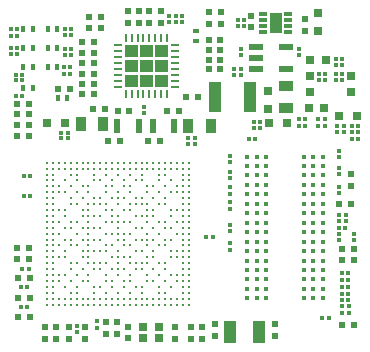
<source format=gtp>
G04*
G04 #@! TF.GenerationSoftware,Altium Limited,Altium Designer,18.1.6 (161)*
G04*
G04 Layer_Color=8421504*
%FSTAX24Y24*%
%MOIN*%
G70*
G01*
G75*
%ADD16C,0.0106*%
%ADD17C,0.0168*%
G04:AMPARAMS|DCode=18|XSize=23.6mil|YSize=9.8mil|CornerRadius=2mil|HoleSize=0mil|Usage=FLASHONLY|Rotation=180.000|XOffset=0mil|YOffset=0mil|HoleType=Round|Shape=RoundedRectangle|*
%AMROUNDEDRECTD18*
21,1,0.0236,0.0059,0,0,180.0*
21,1,0.0197,0.0098,0,0,180.0*
1,1,0.0039,-0.0098,0.0030*
1,1,0.0039,0.0098,0.0030*
1,1,0.0039,0.0098,-0.0030*
1,1,0.0039,-0.0098,-0.0030*
%
%ADD18ROUNDEDRECTD18*%
G04:AMPARAMS|DCode=19|XSize=9.8mil|YSize=23.6mil|CornerRadius=2mil|HoleSize=0mil|Usage=FLASHONLY|Rotation=180.000|XOffset=0mil|YOffset=0mil|HoleType=Round|Shape=RoundedRectangle|*
%AMROUNDEDRECTD19*
21,1,0.0098,0.0197,0,0,180.0*
21,1,0.0059,0.0236,0,0,180.0*
1,1,0.0039,-0.0030,0.0098*
1,1,0.0039,0.0030,0.0098*
1,1,0.0039,0.0030,-0.0098*
1,1,0.0039,-0.0030,-0.0098*
%
%ADD19ROUNDEDRECTD19*%
%ADD20R,0.0354X0.0512*%
%ADD21R,0.0197X0.0197*%
%ADD22R,0.0315X0.0315*%
%ADD23R,0.0276X0.0256*%
%ADD24R,0.0157X0.0197*%
%ADD25R,0.0394X0.0669*%
%ADD26R,0.0276X0.0118*%
%ADD27R,0.0472X0.0236*%
%ADD28R,0.0433X0.1039*%
G04:AMPARAMS|DCode=29|XSize=22.6mil|YSize=47.2mil|CornerRadius=1.9mil|HoleSize=0mil|Usage=FLASHONLY|Rotation=180.000|XOffset=0mil|YOffset=0mil|HoleType=Round|Shape=RoundedRectangle|*
%AMROUNDEDRECTD29*
21,1,0.0226,0.0434,0,0,180.0*
21,1,0.0188,0.0472,0,0,180.0*
1,1,0.0038,-0.0094,0.0217*
1,1,0.0038,0.0094,0.0217*
1,1,0.0038,0.0094,-0.0217*
1,1,0.0038,-0.0094,-0.0217*
%
%ADD29ROUNDEDRECTD29*%
%ADD30R,0.0118X0.0118*%
%ADD31R,0.0295X0.0276*%
%ADD32R,0.0433X0.0748*%
%ADD33R,0.0256X0.0276*%
%ADD34R,0.0236X0.0197*%
%ADD35R,0.0118X0.0118*%
%ADD36R,0.0197X0.0197*%
%ADD37R,0.0512X0.0354*%
%ADD38R,0.0315X0.0315*%
%ADD39R,0.0197X0.0157*%
%ADD40R,0.0197X0.0236*%
G36*
X046843Y035802D02*
X046849Y035797D01*
X046852Y035789D01*
Y035404D01*
X046849Y035396D01*
X046843Y035391D01*
X046836Y035388D01*
X04645D01*
X046443Y035391D01*
X046437Y035396D01*
X046434Y035404D01*
Y035789D01*
X046437Y035797D01*
X046443Y035802D01*
X04645Y035805D01*
X046836D01*
X046843Y035802D01*
D02*
G37*
G36*
X046347D02*
X046353Y035797D01*
X046356Y035789D01*
Y035404D01*
X046353Y035396D01*
X046347Y035391D01*
X04634Y035388D01*
X045954D01*
X045947Y035391D01*
X045941Y035396D01*
X045938Y035404D01*
Y035789D01*
X045941Y035797D01*
X045947Y035802D01*
X045954Y035805D01*
X04634D01*
X046347Y035802D01*
D02*
G37*
G36*
X045851D02*
X045857Y035797D01*
X04586Y035789D01*
Y035404D01*
X045857Y035396D01*
X045851Y035391D01*
X045844Y035388D01*
X045458D01*
X045451Y035391D01*
X045445Y035396D01*
X045442Y035404D01*
Y035789D01*
X045445Y035797D01*
X045451Y035802D01*
X045458Y035805D01*
X045844D01*
X045851Y035802D01*
D02*
G37*
G36*
X046843Y035306D02*
X046849Y035301D01*
X046852Y035293D01*
Y034908D01*
X046849Y0349D01*
X046843Y034895D01*
X046836Y034892D01*
X04645D01*
X046443Y034895D01*
X046437Y0349D01*
X046434Y034908D01*
Y035293D01*
X046437Y035301D01*
X046443Y035306D01*
X04645Y035309D01*
X046836D01*
X046843Y035306D01*
D02*
G37*
G36*
X046347D02*
X046353Y035301D01*
X046356Y035293D01*
Y034908D01*
X046353Y0349D01*
X046347Y034895D01*
X04634Y034892D01*
X045954D01*
X045947Y034895D01*
X045941Y0349D01*
X045938Y034908D01*
Y035293D01*
X045941Y035301D01*
X045947Y035306D01*
X045954Y035309D01*
X04634D01*
X046347Y035306D01*
D02*
G37*
G36*
X045851D02*
X045857Y035301D01*
X04586Y035293D01*
Y034908D01*
X045857Y0349D01*
X045851Y034895D01*
X045844Y034892D01*
X045458D01*
X045451Y034895D01*
X045445Y0349D01*
X045442Y034908D01*
Y035293D01*
X045445Y035301D01*
X045451Y035306D01*
X045458Y035309D01*
X045844D01*
X045851Y035306D01*
D02*
G37*
G36*
X046843Y03481D02*
X046849Y034804D01*
X046852Y034797D01*
Y034411D01*
X046849Y034404D01*
X046843Y034399D01*
X046836Y034396D01*
X04645D01*
X046443Y034399D01*
X046437Y034404D01*
X046434Y034411D01*
Y034797D01*
X046437Y034804D01*
X046443Y03481D01*
X04645Y034813D01*
X046836D01*
X046843Y03481D01*
D02*
G37*
G36*
X046347D02*
X046353Y034804D01*
X046356Y034797D01*
Y034411D01*
X046353Y034404D01*
X046347Y034399D01*
X04634Y034396D01*
X045954D01*
X045947Y034399D01*
X045941Y034404D01*
X045938Y034411D01*
Y034797D01*
X045941Y034804D01*
X045947Y03481D01*
X045954Y034813D01*
X04634D01*
X046347Y03481D01*
D02*
G37*
G36*
X045851D02*
X045857Y034804D01*
X04586Y034797D01*
Y034411D01*
X045857Y034404D01*
X045851Y034399D01*
X045844Y034396D01*
X045458D01*
X045451Y034399D01*
X045445Y034404D01*
X045442Y034411D01*
Y034797D01*
X045445Y034804D01*
X045451Y03481D01*
X045458Y034813D01*
X045844D01*
X045851Y03481D01*
D02*
G37*
D16*
X046969Y027744D02*
D03*
X046772Y02794D02*
D03*
X044213Y03109D02*
D03*
X044016D02*
D03*
X04382Y031484D02*
D03*
X044213Y031681D02*
D03*
X04382D02*
D03*
X043623D02*
D03*
X044213Y031877D02*
D03*
X044016D02*
D03*
X04382D02*
D03*
X043623D02*
D03*
X043426Y028728D02*
D03*
X044213Y030893D02*
D03*
X042835Y02794D02*
D03*
X045394Y027744D02*
D03*
X043426Y028925D02*
D03*
X047363Y02735D02*
D03*
X047166Y027153D02*
D03*
X04382Y028137D02*
D03*
X045591Y02794D02*
D03*
X043623D02*
D03*
X044607Y02735D02*
D03*
X04441D02*
D03*
X044016Y031681D02*
D03*
X045591Y031484D02*
D03*
X045788Y031877D02*
D03*
X045985Y031484D02*
D03*
X045788Y031287D02*
D03*
X043229Y028728D02*
D03*
X047363Y027744D02*
D03*
X043623Y027153D02*
D03*
X043426D02*
D03*
X043623Y02735D02*
D03*
Y027547D02*
D03*
X043426Y027744D02*
D03*
X04441D02*
D03*
X043426Y02735D02*
D03*
X043229Y031877D02*
D03*
X04382Y031287D02*
D03*
X043623Y031484D02*
D03*
X043426Y031877D02*
D03*
Y031681D02*
D03*
X043229D02*
D03*
X046772D02*
D03*
X046969Y031877D02*
D03*
X042835D02*
D03*
X043032D02*
D03*
X04441D02*
D03*
X044607D02*
D03*
X044804D02*
D03*
X045001D02*
D03*
X045198D02*
D03*
X045394D02*
D03*
X045591D02*
D03*
X045985D02*
D03*
X046182D02*
D03*
X046379D02*
D03*
X046576D02*
D03*
X046772D02*
D03*
X047166D02*
D03*
X047363D02*
D03*
X04756D02*
D03*
X042835Y031681D02*
D03*
X043032D02*
D03*
X04441D02*
D03*
X044607D02*
D03*
X044804D02*
D03*
X045001D02*
D03*
X045198D02*
D03*
X045394D02*
D03*
X045591D02*
D03*
X045788D02*
D03*
X045985D02*
D03*
X046182D02*
D03*
X046379D02*
D03*
X046576D02*
D03*
X046969D02*
D03*
X047166D02*
D03*
X047363D02*
D03*
X04756D02*
D03*
X042835Y031484D02*
D03*
X043032D02*
D03*
X04441D02*
D03*
X044804D02*
D03*
X045198D02*
D03*
X046576D02*
D03*
X046772D02*
D03*
X047363D02*
D03*
X04756D02*
D03*
X042835Y031287D02*
D03*
X043032D02*
D03*
X043426D02*
D03*
X04441D02*
D03*
X044607D02*
D03*
X045001D02*
D03*
X045394D02*
D03*
X045985D02*
D03*
X046576D02*
D03*
X046969D02*
D03*
X047363D02*
D03*
X04756D02*
D03*
X042835Y03109D02*
D03*
X043032D02*
D03*
X043229D02*
D03*
X043623D02*
D03*
X044804D02*
D03*
X045001D02*
D03*
X045394D02*
D03*
X045591D02*
D03*
X046182D02*
D03*
X046379D02*
D03*
X046772D02*
D03*
X047166D02*
D03*
X047363D02*
D03*
X04756D02*
D03*
X042835Y030893D02*
D03*
X043032D02*
D03*
X043229D02*
D03*
X043426D02*
D03*
X04382D02*
D03*
X044804D02*
D03*
X045198D02*
D03*
X045591D02*
D03*
X046182D02*
D03*
X046576D02*
D03*
X046969D02*
D03*
X047166D02*
D03*
X047363D02*
D03*
X04756D02*
D03*
X042835Y030696D02*
D03*
X043032D02*
D03*
X043623D02*
D03*
X044016D02*
D03*
X04441D02*
D03*
X044607D02*
D03*
X045001D02*
D03*
X045198D02*
D03*
X045394D02*
D03*
X045788D02*
D03*
X045985D02*
D03*
X046379D02*
D03*
X046772D02*
D03*
X047363D02*
D03*
X04756D02*
D03*
X042835Y030499D02*
D03*
X043032D02*
D03*
X043623D02*
D03*
X04382D02*
D03*
X044213D02*
D03*
X04441D02*
D03*
X044607D02*
D03*
X044804D02*
D03*
X045198D02*
D03*
X045591D02*
D03*
X045788D02*
D03*
X045985D02*
D03*
X046182D02*
D03*
X046576D02*
D03*
X046772D02*
D03*
X047363D02*
D03*
X04756D02*
D03*
X042835Y030303D02*
D03*
X043032D02*
D03*
X043229D02*
D03*
X043426D02*
D03*
X044016D02*
D03*
X044213D02*
D03*
X044804D02*
D03*
X045001D02*
D03*
X045394D02*
D03*
X045591D02*
D03*
X046182D02*
D03*
X046379D02*
D03*
X046969D02*
D03*
X047166D02*
D03*
X047363D02*
D03*
X04756D02*
D03*
X042835Y030106D02*
D03*
X043032D02*
D03*
X043426D02*
D03*
X044016D02*
D03*
X044213D02*
D03*
X04441D02*
D03*
X044607D02*
D03*
X045001D02*
D03*
X045198D02*
D03*
X045788D02*
D03*
X045985D02*
D03*
X046182D02*
D03*
X046379D02*
D03*
X046969D02*
D03*
X047363D02*
D03*
X04756D02*
D03*
X042835Y029909D02*
D03*
X043032D02*
D03*
X043229D02*
D03*
X043623D02*
D03*
X04382D02*
D03*
X044213D02*
D03*
X044804D02*
D03*
X045001D02*
D03*
X045198D02*
D03*
X045394D02*
D03*
X045591D02*
D03*
X046182D02*
D03*
X046576D02*
D03*
X046772D02*
D03*
X047166D02*
D03*
X047363D02*
D03*
X04756D02*
D03*
X042835Y029712D02*
D03*
X043032D02*
D03*
X043426D02*
D03*
X043623D02*
D03*
X044016D02*
D03*
X044213D02*
D03*
X04441D02*
D03*
X044607D02*
D03*
X045198D02*
D03*
X045788D02*
D03*
X045985D02*
D03*
X046379D02*
D03*
X046772D02*
D03*
X046969D02*
D03*
X047363D02*
D03*
X04756D02*
D03*
X042835Y029515D02*
D03*
X043032D02*
D03*
X043229D02*
D03*
X04382D02*
D03*
X044213D02*
D03*
X044804D02*
D03*
X045001D02*
D03*
X045198D02*
D03*
X045394D02*
D03*
X045591D02*
D03*
X046182D02*
D03*
X046576D02*
D03*
X047166D02*
D03*
X047363D02*
D03*
X04756D02*
D03*
X042835Y029318D02*
D03*
X043032D02*
D03*
X043426D02*
D03*
X043623D02*
D03*
X044016D02*
D03*
X044213D02*
D03*
X04441D02*
D03*
X044607D02*
D03*
X045198D02*
D03*
X045394D02*
D03*
X045788D02*
D03*
X045985D02*
D03*
X046182D02*
D03*
X046379D02*
D03*
X046772D02*
D03*
X046969D02*
D03*
X047363D02*
D03*
X04756D02*
D03*
X042835Y029122D02*
D03*
X043032D02*
D03*
X043229D02*
D03*
X043623D02*
D03*
X04382D02*
D03*
X044213D02*
D03*
X044804D02*
D03*
X045001D02*
D03*
X045394D02*
D03*
X045591D02*
D03*
X046182D02*
D03*
X046576D02*
D03*
X046772D02*
D03*
X047363D02*
D03*
X04756D02*
D03*
X042835Y028925D02*
D03*
X043032D02*
D03*
X044016D02*
D03*
X044213D02*
D03*
X04441D02*
D03*
X044607D02*
D03*
X044804D02*
D03*
X045198D02*
D03*
X045788D02*
D03*
X045985D02*
D03*
X046379D02*
D03*
X046969D02*
D03*
X047166D02*
D03*
X047363D02*
D03*
X04756D02*
D03*
X042835Y028728D02*
D03*
X043032D02*
D03*
X044016D02*
D03*
X044213D02*
D03*
X045001D02*
D03*
X045198D02*
D03*
X045394D02*
D03*
X045591D02*
D03*
X046182D02*
D03*
X046379D02*
D03*
X046969D02*
D03*
X047166D02*
D03*
X047363D02*
D03*
X04756D02*
D03*
X042835Y028531D02*
D03*
X043032D02*
D03*
X043623D02*
D03*
X04382D02*
D03*
X044213D02*
D03*
X04441D02*
D03*
X044607D02*
D03*
X044804D02*
D03*
X045198D02*
D03*
X045591D02*
D03*
X045788D02*
D03*
X045985D02*
D03*
X046182D02*
D03*
X046576D02*
D03*
X046772D02*
D03*
X047363D02*
D03*
X04756D02*
D03*
X042835Y028334D02*
D03*
X043032D02*
D03*
X043623D02*
D03*
X044016D02*
D03*
X04441D02*
D03*
X044607D02*
D03*
X045001D02*
D03*
X045198D02*
D03*
X045394D02*
D03*
X045788D02*
D03*
X045985D02*
D03*
X046379D02*
D03*
X046772D02*
D03*
X047363D02*
D03*
X04756D02*
D03*
X042835Y028137D02*
D03*
X043032D02*
D03*
X043229D02*
D03*
X043426D02*
D03*
X044213D02*
D03*
X044804D02*
D03*
X045198D02*
D03*
X045591D02*
D03*
X046182D02*
D03*
X046576D02*
D03*
X046969D02*
D03*
X047166D02*
D03*
X047363D02*
D03*
X04756D02*
D03*
X043032Y02794D02*
D03*
X043229D02*
D03*
X044016D02*
D03*
X044213D02*
D03*
X044804D02*
D03*
X045001D02*
D03*
X045394D02*
D03*
X046182D02*
D03*
X046379D02*
D03*
X047166D02*
D03*
X047363D02*
D03*
X04756D02*
D03*
X042835Y027744D02*
D03*
X043032D02*
D03*
X04382D02*
D03*
X044607D02*
D03*
X045001D02*
D03*
X045788D02*
D03*
X045985D02*
D03*
X046576D02*
D03*
X04756D02*
D03*
X042835Y027547D02*
D03*
X043032D02*
D03*
X04382D02*
D03*
X04441D02*
D03*
X044804D02*
D03*
X045198D02*
D03*
X045591D02*
D03*
X045985D02*
D03*
X046576D02*
D03*
X046772D02*
D03*
X047363D02*
D03*
X04756D02*
D03*
X042835Y02735D02*
D03*
X043032D02*
D03*
X043229D02*
D03*
X04382D02*
D03*
X044016D02*
D03*
X044213D02*
D03*
X044804D02*
D03*
X045001D02*
D03*
X045198D02*
D03*
X045394D02*
D03*
X045591D02*
D03*
X045788D02*
D03*
X045985D02*
D03*
X046182D02*
D03*
X046379D02*
D03*
X046576D02*
D03*
X046772D02*
D03*
X046969D02*
D03*
X047166D02*
D03*
X04756D02*
D03*
X042835Y027153D02*
D03*
X043032D02*
D03*
X043229D02*
D03*
X04382D02*
D03*
X044016D02*
D03*
X044213D02*
D03*
X04441D02*
D03*
X044607D02*
D03*
X044804D02*
D03*
X045001D02*
D03*
X045198D02*
D03*
X045394D02*
D03*
X045591D02*
D03*
X045788D02*
D03*
X045985D02*
D03*
X046182D02*
D03*
X046379D02*
D03*
X046576D02*
D03*
X046772D02*
D03*
X046969D02*
D03*
X047363D02*
D03*
X04756D02*
D03*
D17*
X049501Y032084D02*
D03*
X049816D02*
D03*
X050131D02*
D03*
X051391D02*
D03*
X051706D02*
D03*
X052021D02*
D03*
X049501Y031769D02*
D03*
X049816D02*
D03*
X050131D02*
D03*
X051391D02*
D03*
X051706D02*
D03*
X052021D02*
D03*
X049501Y031454D02*
D03*
X049816D02*
D03*
X050131D02*
D03*
X051391D02*
D03*
X051706D02*
D03*
X052021D02*
D03*
X049501Y031139D02*
D03*
X049816D02*
D03*
X050131D02*
D03*
X051391D02*
D03*
X051706D02*
D03*
X052021D02*
D03*
X049501Y030824D02*
D03*
X049816D02*
D03*
X050131D02*
D03*
X051391D02*
D03*
X051706D02*
D03*
X052021D02*
D03*
X049501Y030509D02*
D03*
X049816D02*
D03*
X050131D02*
D03*
X051391D02*
D03*
X051706D02*
D03*
X052021D02*
D03*
X049501Y030195D02*
D03*
X049816D02*
D03*
X050131D02*
D03*
X051391D02*
D03*
X051706D02*
D03*
X052021D02*
D03*
X049501Y02988D02*
D03*
X049816D02*
D03*
X050131D02*
D03*
X051391D02*
D03*
X051706D02*
D03*
X052021D02*
D03*
X049501Y029565D02*
D03*
X049816D02*
D03*
X050131D02*
D03*
X051391D02*
D03*
X051706D02*
D03*
X052021D02*
D03*
X049501Y02925D02*
D03*
X049816D02*
D03*
X050131D02*
D03*
X051391D02*
D03*
X051706D02*
D03*
X052021D02*
D03*
X049501Y028935D02*
D03*
X049816D02*
D03*
X050131D02*
D03*
X051391D02*
D03*
X051706D02*
D03*
X052021D02*
D03*
X049501Y02862D02*
D03*
X049816D02*
D03*
X050131D02*
D03*
X051391D02*
D03*
X051706D02*
D03*
X052021D02*
D03*
X049501Y028305D02*
D03*
X049816D02*
D03*
X050131D02*
D03*
X051391D02*
D03*
X051706D02*
D03*
X052021D02*
D03*
X049501Y02799D02*
D03*
X049816D02*
D03*
X050131D02*
D03*
X051391D02*
D03*
X051706D02*
D03*
X052021D02*
D03*
X049501Y027675D02*
D03*
X049816D02*
D03*
X050131D02*
D03*
X051391D02*
D03*
X051706D02*
D03*
X052021D02*
D03*
X049501Y02736D02*
D03*
X049816D02*
D03*
X050131D02*
D03*
X051391D02*
D03*
X051706D02*
D03*
X052021D02*
D03*
D18*
X045202Y035593D02*
D03*
X047092Y034411D02*
D03*
Y034608D02*
D03*
Y034805D02*
D03*
Y035002D02*
D03*
Y035199D02*
D03*
Y035396D02*
D03*
Y035593D02*
D03*
Y035789D02*
D03*
X045202D02*
D03*
Y035396D02*
D03*
Y035199D02*
D03*
Y035002D02*
D03*
Y034805D02*
D03*
Y034608D02*
D03*
Y034411D02*
D03*
D19*
X046836Y036045D02*
D03*
X046639D02*
D03*
X046442D02*
D03*
X046245D02*
D03*
X046049D02*
D03*
X045852D02*
D03*
X045655D02*
D03*
X045458D02*
D03*
Y034156D02*
D03*
X045655D02*
D03*
X045852D02*
D03*
X046049D02*
D03*
X046245D02*
D03*
X046442D02*
D03*
X046639D02*
D03*
X046836D02*
D03*
D20*
X043955Y03316D02*
D03*
X044703D02*
D03*
X047549Y03311D02*
D03*
X048297D02*
D03*
D21*
X050419Y026489D02*
D03*
Y026096D02*
D03*
X045541Y036537D02*
D03*
Y03693D02*
D03*
X045887Y036537D02*
D03*
Y03693D02*
D03*
X051424Y036278D02*
D03*
Y036672D02*
D03*
X049642Y036782D02*
D03*
Y036389D02*
D03*
X045519Y026418D02*
D03*
Y026024D02*
D03*
X047112Y026002D02*
D03*
Y026396D02*
D03*
X048417Y026094D02*
D03*
Y026487D02*
D03*
D22*
X042837Y033195D02*
D03*
X043427D02*
D03*
X053154Y033438D02*
D03*
X052563D02*
D03*
X050825Y033195D02*
D03*
X050235D02*
D03*
D23*
X051595Y034237D02*
D03*
Y034769D02*
D03*
X052973Y034237D02*
D03*
Y034769D02*
D03*
D24*
X042357Y034363D02*
D03*
X042042D02*
D03*
X043187Y034029D02*
D03*
X043502D02*
D03*
X042042Y035066D02*
D03*
X042357D02*
D03*
X043182Y036349D02*
D03*
X042867D02*
D03*
X043182Y035706D02*
D03*
X042867D02*
D03*
X042042D02*
D03*
X042357D02*
D03*
X042042Y036349D02*
D03*
X042357D02*
D03*
X043181Y035066D02*
D03*
X042866D02*
D03*
D25*
X050462Y036528D02*
D03*
D26*
X050048Y036233D02*
D03*
Y036429D02*
D03*
Y036626D02*
D03*
Y036823D02*
D03*
X050875D02*
D03*
Y036626D02*
D03*
Y036429D02*
D03*
Y036233D02*
D03*
D27*
X049806Y035743D02*
D03*
Y035369D02*
D03*
Y034995D02*
D03*
X05079D02*
D03*
Y035743D02*
D03*
D28*
X048437Y034077D02*
D03*
X049602D02*
D03*
D29*
X045892Y03311D02*
D03*
X045173D02*
D03*
X047073D02*
D03*
X046354D02*
D03*
D30*
X04226Y031444D02*
D03*
X042051D02*
D03*
X04976Y032686D02*
D03*
X049552D02*
D03*
X041994Y034629D02*
D03*
X041786D02*
D03*
X04343Y036132D02*
D03*
X043639D02*
D03*
X04343Y035466D02*
D03*
X043639D02*
D03*
X041828Y035706D02*
D03*
X041619D02*
D03*
X041828Y03634D02*
D03*
X041619D02*
D03*
X043403Y034851D02*
D03*
X043612D02*
D03*
X049945Y033237D02*
D03*
X049737D02*
D03*
X052678Y026883D02*
D03*
X052887D02*
D03*
X052719Y03289D02*
D03*
X05251D02*
D03*
X052218Y026712D02*
D03*
X05201D02*
D03*
X053206Y032678D02*
D03*
X052997D02*
D03*
X053202Y03289D02*
D03*
X052993D02*
D03*
X041994Y034818D02*
D03*
X041786D02*
D03*
X043639Y03634D02*
D03*
X04343D02*
D03*
Y035663D02*
D03*
X043639D02*
D03*
X041619Y035513D02*
D03*
X041828D02*
D03*
X041619Y036115D02*
D03*
X041828D02*
D03*
X043612Y035064D02*
D03*
X043403D02*
D03*
X041994Y034107D02*
D03*
X041786D02*
D03*
X049945Y033049D02*
D03*
X049737D02*
D03*
X047547Y032702D02*
D03*
X047756D02*
D03*
X047547Y032505D02*
D03*
X047756D02*
D03*
X043516Y032879D02*
D03*
X043307D02*
D03*
X043516Y032696D02*
D03*
X043307D02*
D03*
X052086Y033095D02*
D03*
X051877D02*
D03*
X052086Y03334D02*
D03*
X051877D02*
D03*
X052672Y027296D02*
D03*
X052881D02*
D03*
X052887Y027095D02*
D03*
X052678D02*
D03*
X048145Y029411D02*
D03*
X048353D02*
D03*
X05251Y03311D02*
D03*
X052719D02*
D03*
X052993D02*
D03*
X053202D02*
D03*
X052672Y027744D02*
D03*
X052881D02*
D03*
X052672Y028192D02*
D03*
X052881D02*
D03*
Y02751D02*
D03*
X052672D02*
D03*
X052881Y027972D02*
D03*
X052672D02*
D03*
X052782Y029703D02*
D03*
X052574D02*
D03*
X042014Y028347D02*
D03*
X042223D02*
D03*
X041966Y027738D02*
D03*
X042175D02*
D03*
X042182Y027064D02*
D03*
X041973D02*
D03*
X051441Y033348D02*
D03*
X051232D02*
D03*
Y033103D02*
D03*
X051441D02*
D03*
X04226Y030756D02*
D03*
X042051D02*
D03*
D31*
X046556Y026024D02*
D03*
X046024D02*
D03*
Y026418D02*
D03*
X046556D02*
D03*
D32*
X049907Y026224D02*
D03*
X048923D02*
D03*
D33*
X052082Y033714D02*
D03*
X051551D02*
D03*
X051598Y035289D02*
D03*
X052129D02*
D03*
D34*
X043131Y026402D02*
D03*
Y026008D02*
D03*
X052973Y031111D02*
D03*
Y031504D02*
D03*
X046245Y036537D02*
D03*
Y03693D02*
D03*
X046635D02*
D03*
Y036537D02*
D03*
X044784Y026558D02*
D03*
Y026164D02*
D03*
X045151Y026562D02*
D03*
Y026169D02*
D03*
X044093Y026402D02*
D03*
Y026008D02*
D03*
X043564Y026402D02*
D03*
Y026008D02*
D03*
X042777D02*
D03*
Y026402D02*
D03*
D35*
X04893Y029594D02*
D03*
Y029802D02*
D03*
Y030848D02*
D03*
Y031056D02*
D03*
Y031571D02*
D03*
Y031363D02*
D03*
Y030555D02*
D03*
Y030346D02*
D03*
X052652Y035145D02*
D03*
Y035353D02*
D03*
X052107Y034838D02*
D03*
Y034629D02*
D03*
X052656Y034838D02*
D03*
Y034629D02*
D03*
X053052Y029292D02*
D03*
Y029501D02*
D03*
X04893Y031897D02*
D03*
Y032106D02*
D03*
X052574Y032264D02*
D03*
Y032055D02*
D03*
X052575Y031716D02*
D03*
Y031507D02*
D03*
Y030877D02*
D03*
Y031086D02*
D03*
X05279Y029922D02*
D03*
Y03013D02*
D03*
X052575D02*
D03*
Y029922D02*
D03*
Y029292D02*
D03*
Y029501D02*
D03*
X04893Y029194D02*
D03*
Y028985D02*
D03*
X049308Y035677D02*
D03*
Y035468D02*
D03*
X051246Y035684D02*
D03*
Y035476D02*
D03*
X052457Y035145D02*
D03*
Y035353D02*
D03*
X05191Y034838D02*
D03*
Y034629D02*
D03*
X052462Y034838D02*
D03*
Y034629D02*
D03*
X049392Y03643D02*
D03*
Y036638D02*
D03*
X049204Y036638D02*
D03*
Y036429D02*
D03*
X047135Y03657D02*
D03*
Y036778D02*
D03*
X047338D02*
D03*
Y03657D02*
D03*
X04691Y036778D02*
D03*
Y03657D02*
D03*
X046054Y033739D02*
D03*
Y033531D02*
D03*
X049308Y034804D02*
D03*
Y035013D02*
D03*
X049076Y034801D02*
D03*
Y035009D02*
D03*
X044503Y026385D02*
D03*
Y026594D02*
D03*
X043824Y026232D02*
D03*
Y026441D02*
D03*
D36*
X043208Y034348D02*
D03*
X043602D02*
D03*
X04822Y035001D02*
D03*
X048614D02*
D03*
X04822Y035319D02*
D03*
X048614D02*
D03*
X04558Y033596D02*
D03*
X045186D02*
D03*
X046832Y033615D02*
D03*
X047225D02*
D03*
X048219Y03564D02*
D03*
X048613D02*
D03*
X044389Y035198D02*
D03*
X043996D02*
D03*
X04822Y035965D02*
D03*
X048614D02*
D03*
X044389Y034503D02*
D03*
X043996D02*
D03*
X044389Y035546D02*
D03*
X043996D02*
D03*
X044389Y034851D02*
D03*
X043996D02*
D03*
X044389Y034156D02*
D03*
X043996D02*
D03*
D37*
X0508Y034451D02*
D03*
Y033703D02*
D03*
D38*
X050204Y033681D02*
D03*
Y034272D02*
D03*
X051876Y036279D02*
D03*
Y036869D02*
D03*
D39*
X047806Y036262D02*
D03*
Y035947D02*
D03*
D40*
X053052Y029016D02*
D03*
X052658D02*
D03*
Y028647D02*
D03*
X053052D02*
D03*
X052961Y030513D02*
D03*
X052567D02*
D03*
X052663Y026455D02*
D03*
X053057D02*
D03*
X044389Y03592D02*
D03*
X043996D02*
D03*
X047476Y034077D02*
D03*
X04787D02*
D03*
X044382Y033681D02*
D03*
X044776D02*
D03*
X048619Y036489D02*
D03*
X048225D02*
D03*
X044225Y036734D02*
D03*
X044619D02*
D03*
X048227Y036891D02*
D03*
X048621D02*
D03*
X044225Y036385D02*
D03*
X044619D02*
D03*
X042239Y028674D02*
D03*
X041845D02*
D03*
X041837Y029048D02*
D03*
X042231D02*
D03*
X047617Y026011D02*
D03*
X048011D02*
D03*
X047619Y026401D02*
D03*
X048013D02*
D03*
X041871Y028035D02*
D03*
X042265D02*
D03*
X042265Y026745D02*
D03*
X041871D02*
D03*
Y02736D02*
D03*
X042265D02*
D03*
X041836Y03313D02*
D03*
X042229D02*
D03*
X044858Y032604D02*
D03*
X045251D02*
D03*
X041836Y032769D02*
D03*
X042229D02*
D03*
X046595Y032604D02*
D03*
X046202D02*
D03*
X041836Y033489D02*
D03*
X042229D02*
D03*
X041836Y033845D02*
D03*
X042229D02*
D03*
M02*

</source>
